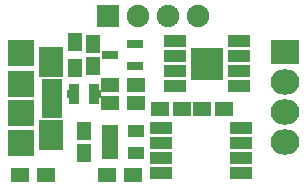
<source format=gts>
G04 #@! TF.FileFunction,Soldermask,Top*
%FSLAX46Y46*%
G04 Gerber Fmt 4.6, Leading zero omitted, Abs format (unit mm)*
G04 Created by KiCad (PCBNEW 4.0.7-e2-6376~58~ubuntu16.04.1) date Mon May 21 14:16:18 2018*
%MOMM*%
%LPD*%
G01*
G04 APERTURE LIST*
%ADD10C,0.100000*%
%ADD11R,2.432000X2.127200*%
%ADD12O,2.432000X2.127200*%
%ADD13R,1.950000X1.000000*%
%ADD14R,2.300000X2.300000*%
%ADD15R,2.300000X2.200000*%
%ADD16R,2.000000X2.500000*%
%ADD17R,1.750000X0.800000*%
%ADD18R,1.575000X1.575000*%
%ADD19R,1.460000X1.050000*%
%ADD20R,1.150000X1.600000*%
%ADD21R,1.600000X1.150000*%
%ADD22R,1.440000X0.740000*%
%ADD23R,1.900000X1.900000*%
%ADD24O,1.900000X1.900000*%
%ADD25R,1.300000X1.600000*%
%ADD26R,1.600000X1.300000*%
%ADD27R,0.900000X0.775000*%
%ADD28R,1.050000X0.700000*%
G04 APERTURE END LIST*
D10*
D11*
X141732000Y-99568000D03*
D12*
X141732000Y-102108000D03*
X141732000Y-104648000D03*
X141732000Y-107188000D03*
D13*
X131220000Y-106045000D03*
X131220000Y-107315000D03*
X131220000Y-108585000D03*
X131220000Y-109855000D03*
X138020000Y-109855000D03*
X138020000Y-108585000D03*
X138020000Y-107315000D03*
X138020000Y-106045000D03*
D14*
X119380000Y-102305000D03*
X119380000Y-104705000D03*
D15*
X119380000Y-107305000D03*
X119380000Y-99705000D03*
D16*
X121930000Y-106605000D03*
X121930000Y-100405000D03*
D17*
X122055000Y-102205000D03*
X122055000Y-102855000D03*
X122055000Y-103505000D03*
X122055000Y-104155000D03*
X122055000Y-104805000D03*
D13*
X137828000Y-102489000D03*
X137828000Y-101219000D03*
X137828000Y-99949000D03*
X137828000Y-98679000D03*
X132428000Y-98679000D03*
X132428000Y-99949000D03*
X132428000Y-101219000D03*
X132428000Y-102489000D03*
D18*
X134540500Y-99996500D03*
X134540500Y-101171500D03*
X135715500Y-99996500D03*
X135715500Y-101171500D03*
D19*
X126916000Y-106238000D03*
X126916000Y-107188000D03*
X126916000Y-108138000D03*
X129116000Y-108138000D03*
X129116000Y-106238000D03*
D20*
X124714000Y-108138000D03*
X124714000Y-106238000D03*
X125476000Y-100772000D03*
X125476000Y-98872000D03*
D21*
X136586000Y-104394000D03*
X134686000Y-104394000D03*
X131130000Y-104394000D03*
X133030000Y-104394000D03*
D22*
X126966000Y-99822000D03*
X129066000Y-98872000D03*
X129066000Y-100772000D03*
D23*
X126746000Y-96520000D03*
D24*
X129286000Y-96520000D03*
X131826000Y-96520000D03*
X134366000Y-96520000D03*
D25*
X123952000Y-98722000D03*
X123952000Y-100922000D03*
D26*
X128862000Y-109982000D03*
X126662000Y-109982000D03*
X126916000Y-102362000D03*
X129116000Y-102362000D03*
X126916000Y-103886000D03*
X129116000Y-103886000D03*
D27*
X123864000Y-102586500D03*
X123864000Y-103661500D03*
D28*
X125639000Y-103124000D03*
X123789000Y-103124000D03*
D27*
X125564000Y-103661500D03*
X125564000Y-102586500D03*
D26*
X119296000Y-109982000D03*
X121496000Y-109982000D03*
M02*

</source>
